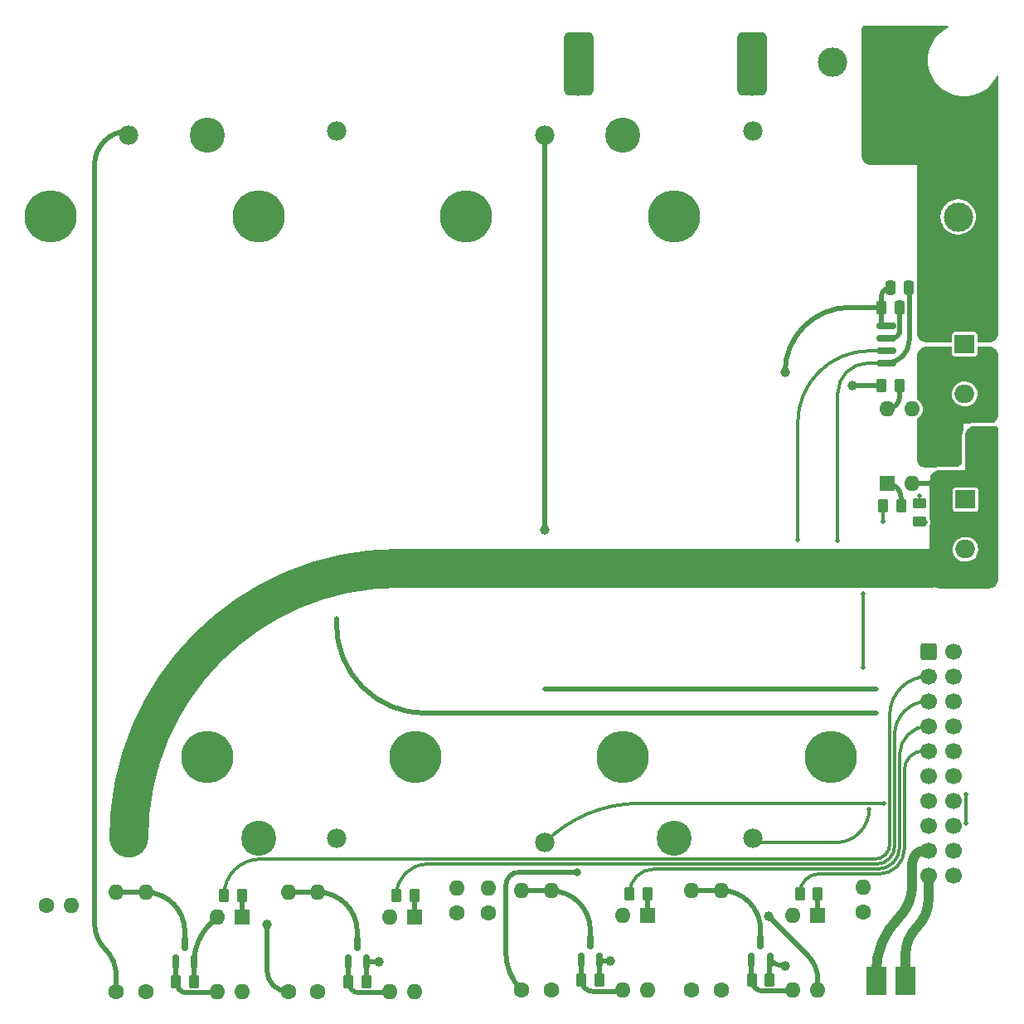
<source format=gtl>
G04 #@! TF.GenerationSoftware,KiCad,Pcbnew,(7.0.0)*
G04 #@! TF.CreationDate,2023-05-12T10:50:57+02:00*
G04 #@! TF.ProjectId,Cell_holder_board,43656c6c-5f68-46f6-9c64-65725f626f61,rev?*
G04 #@! TF.SameCoordinates,Original*
G04 #@! TF.FileFunction,Copper,L1,Top*
G04 #@! TF.FilePolarity,Positive*
%FSLAX46Y46*%
G04 Gerber Fmt 4.6, Leading zero omitted, Abs format (unit mm)*
G04 Created by KiCad (PCBNEW (7.0.0)) date 2023-05-12 10:50:57*
%MOMM*%
%LPD*%
G01*
G04 APERTURE LIST*
G04 Aperture macros list*
%AMRoundRect*
0 Rectangle with rounded corners*
0 $1 Rounding radius*
0 $2 $3 $4 $5 $6 $7 $8 $9 X,Y pos of 4 corners*
0 Add a 4 corners polygon primitive as box body*
4,1,4,$2,$3,$4,$5,$6,$7,$8,$9,$2,$3,0*
0 Add four circle primitives for the rounded corners*
1,1,$1+$1,$2,$3*
1,1,$1+$1,$4,$5*
1,1,$1+$1,$6,$7*
1,1,$1+$1,$8,$9*
0 Add four rect primitives between the rounded corners*
20,1,$1+$1,$2,$3,$4,$5,0*
20,1,$1+$1,$4,$5,$6,$7,0*
20,1,$1+$1,$6,$7,$8,$9,0*
20,1,$1+$1,$8,$9,$2,$3,0*%
G04 Aperture macros list end*
G04 #@! TA.AperFunction,ComponentPad*
%ADD10R,1.600000X1.600000*%
G04 #@! TD*
G04 #@! TA.AperFunction,ComponentPad*
%ADD11O,1.600000X1.600000*%
G04 #@! TD*
G04 #@! TA.AperFunction,SMDPad,CuDef*
%ADD12RoundRect,0.250000X-0.262500X-0.450000X0.262500X-0.450000X0.262500X0.450000X-0.262500X0.450000X0*%
G04 #@! TD*
G04 #@! TA.AperFunction,SMDPad,CuDef*
%ADD13RoundRect,0.150000X0.150000X-0.587500X0.150000X0.587500X-0.150000X0.587500X-0.150000X-0.587500X0*%
G04 #@! TD*
G04 #@! TA.AperFunction,ComponentPad*
%ADD14C,1.600000*%
G04 #@! TD*
G04 #@! TA.AperFunction,SMDPad,CuDef*
%ADD15RoundRect,0.250000X-1.000000X-0.650000X1.000000X-0.650000X1.000000X0.650000X-1.000000X0.650000X0*%
G04 #@! TD*
G04 #@! TA.AperFunction,ComponentPad*
%ADD16R,2.000000X1.905000*%
G04 #@! TD*
G04 #@! TA.AperFunction,ComponentPad*
%ADD17O,2.000000X1.905000*%
G04 #@! TD*
G04 #@! TA.AperFunction,ComponentPad*
%ADD18R,3.000000X3.000000*%
G04 #@! TD*
G04 #@! TA.AperFunction,ComponentPad*
%ADD19C,3.000000*%
G04 #@! TD*
G04 #@! TA.AperFunction,ComponentPad*
%ADD20C,1.500000*%
G04 #@! TD*
G04 #@! TA.AperFunction,SMDPad,CuDef*
%ADD21RoundRect,0.500000X1.000000X2.750000X-1.000000X2.750000X-1.000000X-2.750000X1.000000X-2.750000X0*%
G04 #@! TD*
G04 #@! TA.AperFunction,SMDPad,CuDef*
%ADD22RoundRect,0.250000X0.250000X0.475000X-0.250000X0.475000X-0.250000X-0.475000X0.250000X-0.475000X0*%
G04 #@! TD*
G04 #@! TA.AperFunction,ComponentPad*
%ADD23C,1.980000*%
G04 #@! TD*
G04 #@! TA.AperFunction,ComponentPad*
%ADD24C,5.325000*%
G04 #@! TD*
G04 #@! TA.AperFunction,ComponentPad*
%ADD25C,3.585000*%
G04 #@! TD*
G04 #@! TA.AperFunction,SMDPad,CuDef*
%ADD26R,2.000000X3.000000*%
G04 #@! TD*
G04 #@! TA.AperFunction,ComponentPad*
%ADD27RoundRect,0.250000X-0.600000X-0.600000X0.600000X-0.600000X0.600000X0.600000X-0.600000X0.600000X0*%
G04 #@! TD*
G04 #@! TA.AperFunction,ComponentPad*
%ADD28C,1.700000*%
G04 #@! TD*
G04 #@! TA.AperFunction,SMDPad,CuDef*
%ADD29RoundRect,0.150000X0.825000X0.150000X-0.825000X0.150000X-0.825000X-0.150000X0.825000X-0.150000X0*%
G04 #@! TD*
G04 #@! TA.AperFunction,SMDPad,CuDef*
%ADD30RoundRect,0.250000X-0.450000X0.262500X-0.450000X-0.262500X0.450000X-0.262500X0.450000X0.262500X0*%
G04 #@! TD*
G04 #@! TA.AperFunction,ViaPad*
%ADD31C,0.500000*%
G04 #@! TD*
G04 #@! TA.AperFunction,ViaPad*
%ADD32C,1.000000*%
G04 #@! TD*
G04 #@! TA.AperFunction,ViaPad*
%ADD33C,0.800000*%
G04 #@! TD*
G04 #@! TA.AperFunction,Conductor*
%ADD34C,0.500000*%
G04 #@! TD*
G04 #@! TA.AperFunction,Conductor*
%ADD35C,0.300000*%
G04 #@! TD*
G04 #@! TA.AperFunction,Conductor*
%ADD36C,4.000000*%
G04 #@! TD*
G04 #@! TA.AperFunction,Conductor*
%ADD37C,1.000000*%
G04 #@! TD*
G04 #@! TA.AperFunction,Conductor*
%ADD38C,0.200000*%
G04 #@! TD*
G04 APERTURE END LIST*
D10*
X115674999Y-150329999D03*
D11*
X113134999Y-150329999D03*
X113134999Y-157949999D03*
X115674999Y-157949999D03*
D12*
X131212500Y-148100000D03*
X133037500Y-148100000D03*
D13*
X85075000Y-155075000D03*
X86975000Y-155075000D03*
X86025000Y-153200000D03*
D14*
X96200000Y-150090000D03*
D11*
X96199999Y-147549999D03*
D14*
X137700000Y-150040000D03*
D11*
X137699999Y-147499999D03*
D15*
X146000000Y-102450000D03*
X150000000Y-102450000D03*
D12*
X113822500Y-148130000D03*
X115647500Y-148130000D03*
D16*
X148134999Y-107869999D03*
D17*
X148134999Y-110409999D03*
X148134999Y-112949999D03*
D14*
X120200000Y-157960000D03*
D11*
X120199999Y-147799999D03*
D12*
X139587500Y-96250000D03*
X141412500Y-96250000D03*
D18*
X147399999Y-84089999D03*
D19*
X147400000Y-79010000D03*
D12*
X126302500Y-156920000D03*
X128127500Y-156920000D03*
D20*
X126375000Y-65900000D03*
D21*
X126375000Y-63400000D03*
D20*
X126375000Y-60900000D03*
D21*
X108625000Y-63400000D03*
D20*
X108575000Y-65900000D03*
X108575000Y-60900000D03*
D22*
X142350000Y-86250000D03*
X140450000Y-86250000D03*
D23*
X105166666Y-142910000D03*
X105166666Y-70690000D03*
D24*
X97166666Y-78970000D03*
D25*
X113166666Y-70690000D03*
D24*
X113166666Y-134170000D03*
D14*
X54260000Y-149350000D03*
D11*
X56799999Y-149349999D03*
D26*
X141999999Y-156999999D03*
D14*
X99400000Y-150090000D03*
D11*
X99399999Y-147549999D03*
D14*
X102810000Y-157990000D03*
D11*
X102809999Y-147829999D03*
D10*
X140124999Y-106249999D03*
D11*
X142664999Y-106249999D03*
X142664999Y-98629999D03*
X140124999Y-98629999D03*
D14*
X64410000Y-158140000D03*
D11*
X64409999Y-147979999D03*
D14*
X79010000Y-158140000D03*
D11*
X79009999Y-147979999D03*
D18*
X139639999Y-63199999D03*
D19*
X134560000Y-63200000D03*
D14*
X123200000Y-157960000D03*
D11*
X123199999Y-147799999D03*
D14*
X82010000Y-158140000D03*
D11*
X82009999Y-147979999D03*
D12*
X139737500Y-108500000D03*
X141562500Y-108500000D03*
D13*
X108875000Y-154925000D03*
X110775000Y-154925000D03*
X109825000Y-153050000D03*
D16*
X148054999Y-92009999D03*
D17*
X148054999Y-94549999D03*
X148054999Y-97089999D03*
D12*
X72422500Y-148280000D03*
X74247500Y-148280000D03*
D26*
X138999999Y-156999999D03*
D23*
X83933333Y-70230000D03*
X83933333Y-142450000D03*
D24*
X91933333Y-134170000D03*
D25*
X75933333Y-142450000D03*
D24*
X75933333Y-78970000D03*
D13*
X67475000Y-155075000D03*
X69375000Y-155075000D03*
X68425000Y-153200000D03*
D27*
X144360000Y-123380000D03*
D28*
X146900000Y-123380000D03*
X144360000Y-125920000D03*
X146900000Y-125920000D03*
X144360000Y-128460000D03*
X146900000Y-128460000D03*
X144360000Y-131000000D03*
X146900000Y-131000000D03*
X144360000Y-133540000D03*
X146900000Y-133540000D03*
X144360000Y-136080000D03*
X146900000Y-136080000D03*
X144360000Y-138620000D03*
X146900000Y-138620000D03*
X144360000Y-141160000D03*
X146900000Y-141160000D03*
X144360000Y-143700000D03*
X146900000Y-143700000D03*
X144360000Y-146240000D03*
X146900000Y-146240000D03*
D23*
X126399999Y-70220000D03*
X126399999Y-142440000D03*
D24*
X134399999Y-134160000D03*
D25*
X118399999Y-142440000D03*
D24*
X118399999Y-78960000D03*
D23*
X62700000Y-142910000D03*
X62700000Y-70690000D03*
D24*
X54700000Y-78970000D03*
D25*
X70700000Y-70690000D03*
D24*
X70700000Y-134170000D03*
D29*
X144975000Y-93955000D03*
X144975000Y-92685000D03*
X144975000Y-91415000D03*
X144975000Y-90145000D03*
X140025000Y-90145000D03*
X140025000Y-91415000D03*
X140025000Y-92685000D03*
X140025000Y-93955000D03*
D14*
X105810000Y-157990000D03*
D11*
X105809999Y-147829999D03*
D30*
X143450000Y-108287500D03*
X143450000Y-110112500D03*
D12*
X67512500Y-157100000D03*
X69337500Y-157100000D03*
D14*
X61410000Y-158140000D03*
D11*
X61409999Y-147979999D03*
D10*
X133064999Y-150299999D03*
D11*
X130524999Y-150299999D03*
X130524999Y-157919999D03*
X133064999Y-157919999D03*
D12*
X90022500Y-148280000D03*
X91847500Y-148280000D03*
X108912500Y-156950000D03*
X110737500Y-156950000D03*
X85112500Y-157100000D03*
X86937500Y-157100000D03*
D10*
X91874999Y-150479999D03*
D11*
X89334999Y-150479999D03*
X89334999Y-158099999D03*
X91874999Y-158099999D03*
D22*
X141450000Y-88250000D03*
X139550000Y-88250000D03*
D13*
X126265000Y-154895000D03*
X128165000Y-154895000D03*
X127215000Y-153020000D03*
D10*
X74274999Y-150479999D03*
D11*
X71734999Y-150479999D03*
X71734999Y-158099999D03*
X74274999Y-158099999D03*
D31*
X135100000Y-112100000D03*
D32*
X129700000Y-94900000D03*
X136600000Y-96200000D03*
D31*
X139000000Y-129700000D03*
X83900000Y-120000000D03*
D32*
X88200000Y-155100000D03*
X76800000Y-151300000D03*
D31*
X139800500Y-138900000D03*
D32*
X111900000Y-155000000D03*
X105200000Y-111000000D03*
D33*
X108500000Y-145900000D03*
D31*
X105200000Y-127200000D03*
X139000000Y-127200000D03*
D32*
X129700000Y-155510500D03*
D31*
X148200000Y-138000000D03*
X148200000Y-140900000D03*
X139700000Y-110100000D03*
X137700000Y-125000000D03*
X137700000Y-117500000D03*
X131000000Y-112000000D03*
X143450000Y-107500000D03*
X144000000Y-110200000D03*
X138300000Y-139499500D03*
D32*
X128016589Y-150383411D03*
D34*
X142350000Y-86250000D02*
X142400000Y-86300000D01*
D35*
X140025000Y-93955000D02*
X138145000Y-93955000D01*
D34*
X142400000Y-86300000D02*
X142400000Y-91580000D01*
D35*
X135100000Y-97000000D02*
X135100000Y-112100000D01*
D34*
X140025000Y-93955000D02*
G75*
G03*
X142400000Y-91580000I0J2375000D01*
G01*
D35*
X138145000Y-93955000D02*
G75*
G03*
X135100000Y-97000000I0J-3045000D01*
G01*
D34*
X139550000Y-90100000D02*
X139600000Y-90150000D01*
X139550000Y-88250000D02*
X136350000Y-88250000D01*
X139550000Y-88250000D02*
X139550000Y-90100000D01*
X69337500Y-157100000D02*
X69337500Y-155112500D01*
X142665000Y-106250000D02*
X145100000Y-106250000D01*
X139550000Y-88250000D02*
X139550000Y-87150000D01*
X70955384Y-151259617D02*
X71735000Y-150480000D01*
D36*
X90249999Y-114900000D02*
X144500000Y-114900000D01*
X90249999Y-114900000D02*
G75*
G03*
X62700000Y-142450000I1J-27550000D01*
G01*
D34*
X140450000Y-86250000D02*
G75*
G03*
X139550000Y-87150000I0J-900000D01*
G01*
X69375000Y-155075000D02*
G75*
G03*
X69337500Y-155112500I0J-37500D01*
G01*
X70955377Y-151259610D02*
G75*
G03*
X69375000Y-155075000I3815423J-3815390D01*
G01*
X136350000Y-88250000D02*
G75*
G03*
X129700000Y-94900000I0J-6650000D01*
G01*
X140543528Y-91450000D02*
X140400000Y-91450000D01*
X141450000Y-88250000D02*
X141450000Y-90543528D01*
X140543528Y-91450000D02*
G75*
G03*
X141450000Y-90543528I-28J906500D01*
G01*
X139587500Y-96250000D02*
X136650000Y-96250000D01*
D37*
X144311716Y-123400006D02*
G75*
G03*
X144360000Y-123380000I-16J68306D01*
G01*
D34*
X136600000Y-96200000D02*
G75*
G03*
X136650000Y-96250000I50000J0D01*
G01*
D35*
X76110000Y-144592500D02*
X137792500Y-144592500D01*
X137792500Y-144592500D02*
X138885747Y-144592500D01*
X140400000Y-143078247D02*
X140400000Y-129880000D01*
X137800000Y-144600000D02*
G75*
G03*
X137792500Y-144592500I-7500J0D01*
G01*
X144360000Y-125920000D02*
G75*
G03*
X140400000Y-129880000I0J-3960000D01*
G01*
X76110000Y-144592500D02*
G75*
G03*
X72422500Y-148280000I0J-3687500D01*
G01*
X138885747Y-144592500D02*
G75*
G03*
X140400000Y-143078247I-47J1514300D01*
G01*
X140900000Y-143250214D02*
X140900000Y-131920000D01*
X93202500Y-145100000D02*
X139050214Y-145100000D01*
X93202500Y-145100000D02*
G75*
G03*
X90022500Y-148280000I0J-3180000D01*
G01*
X139050214Y-145100000D02*
G75*
G03*
X140900000Y-143250214I-14J1849800D01*
G01*
X144360000Y-128460000D02*
G75*
G03*
X140900000Y-131920000I0J-3460000D01*
G01*
X141400000Y-143404963D02*
X141400000Y-133960000D01*
X116352500Y-145600000D02*
X139204963Y-145600000D01*
X139204963Y-145600000D02*
G75*
G03*
X141400000Y-143404963I37J2195000D01*
G01*
X144360000Y-131000000D02*
G75*
G03*
X141400000Y-133960000I0J-2960000D01*
G01*
X116352500Y-145600000D02*
G75*
G03*
X113822500Y-148130000I0J-2530000D01*
G01*
X141900000Y-143540997D02*
X141900000Y-135500000D01*
X143860000Y-133540000D02*
X144360000Y-133540000D01*
X133212500Y-146100000D02*
X139340997Y-146100000D01*
X143860000Y-133540000D02*
G75*
G03*
X141900000Y-135500000I0J-1960000D01*
G01*
X133212500Y-146100000D02*
G75*
G03*
X131212500Y-148100000I0J-2000000D01*
G01*
X139340997Y-146100000D02*
G75*
G03*
X141900000Y-143540997I3J2559000D01*
G01*
D34*
X61410000Y-156479777D02*
X61410000Y-158140000D01*
X59200000Y-73730000D02*
X59200000Y-151144366D01*
X86937500Y-157100000D02*
X86937500Y-155112500D01*
X83900000Y-120600000D02*
X83900000Y-120000000D01*
X87035355Y-155100000D02*
X88200000Y-155100000D01*
X139000000Y-129700000D02*
X93000000Y-129700000D01*
X83900000Y-120600000D02*
G75*
G03*
X93000000Y-129700000I9100000J0D01*
G01*
X62700000Y-70230000D02*
G75*
G03*
X59200000Y-73730000I0J-3500000D01*
G01*
X59200015Y-151144366D02*
G75*
G03*
X60300000Y-153800000I3755585J-34D01*
G01*
X61410009Y-156479777D02*
G75*
G03*
X60300000Y-153800000I-3789809J-23D01*
G01*
X86975034Y-155074966D02*
G75*
G03*
X87035355Y-155100000I60366J60266D01*
G01*
X86975000Y-155075000D02*
G75*
G03*
X86937500Y-155112500I0J-37500D01*
G01*
X76800000Y-151300000D02*
X76800000Y-155930000D01*
D35*
X139800500Y-138900000D02*
X114847662Y-138900000D01*
D34*
X111900000Y-155000000D02*
X110956066Y-155000000D01*
X110737500Y-156950000D02*
X110737500Y-154962500D01*
X76800000Y-155930000D02*
G75*
G03*
X79010000Y-158140000I2210000J0D01*
G01*
X110775010Y-154924990D02*
G75*
G03*
X110956066Y-155000000I181090J181090D01*
G01*
X110775000Y-154925000D02*
G75*
G03*
X110737500Y-154962500I0J-37500D01*
G01*
D35*
X114847662Y-138899975D02*
G75*
G03*
X105166666Y-142910000I38J-13691025D01*
G01*
D34*
X105166666Y-70230000D02*
X105166666Y-110966666D01*
X101200000Y-147300000D02*
X101200000Y-154103117D01*
X139000000Y-127200000D02*
X105200000Y-127200000D01*
X105166666Y-110966666D02*
X105200000Y-111000000D01*
X129700000Y-155510500D02*
X129650948Y-155510500D01*
X102600000Y-145900000D02*
X102800000Y-145900000D01*
X128127500Y-156920000D02*
X128127500Y-154932500D01*
X102800000Y-145900000D02*
X108500000Y-145900000D01*
X128165000Y-154895000D02*
G75*
G03*
X128127500Y-154932500I0J-37500D01*
G01*
X128164986Y-154895014D02*
G75*
G03*
X129650948Y-155510500I1485914J1485914D01*
G01*
X101199994Y-154103117D02*
G75*
G03*
X102810000Y-157990000I5496906J17D01*
G01*
X102600000Y-145900000D02*
G75*
G03*
X101200000Y-147300000I0J-1400000D01*
G01*
D35*
X148200000Y-138000000D02*
X148200000Y-140900000D01*
X137700000Y-125000000D02*
X137700000Y-117500000D01*
X139700000Y-110100000D02*
X139700000Y-108537500D01*
X139737500Y-108500000D02*
G75*
G03*
X139700000Y-108537500I0J-37500D01*
G01*
X131000000Y-100057893D02*
X131000000Y-111500000D01*
X140025000Y-92685000D02*
X138372893Y-92685000D01*
X131000000Y-111500000D02*
X131000000Y-112000000D01*
X138372893Y-92685000D02*
G75*
G03*
X131000000Y-100057893I7J-7372900D01*
G01*
D37*
X142700000Y-145000000D02*
X142700000Y-147220097D01*
X139000000Y-156152691D02*
X139000000Y-157000000D01*
X144360000Y-143700000D02*
X144000000Y-143700000D01*
X141300003Y-150600003D02*
G75*
G03*
X139000000Y-156152691I5552697J-5552697D01*
G01*
X144000000Y-143700000D02*
G75*
G03*
X142700000Y-145000000I0J-1300000D01*
G01*
X141300000Y-150600000D02*
G75*
G03*
X142700000Y-147220097I-3379900J3379900D01*
G01*
X142000000Y-154403426D02*
X142000000Y-157000000D01*
X144360000Y-146240000D02*
X144360000Y-148705917D01*
X143204488Y-151495484D02*
G75*
G03*
X144360000Y-148705917I-2789488J2789584D01*
G01*
X143204496Y-151495492D02*
G75*
G03*
X142000000Y-154403426I2907904J-2907908D01*
G01*
D38*
X143450000Y-107500000D02*
X143450000Y-108287500D01*
X143661243Y-110200000D02*
X144000000Y-110200000D01*
X143449987Y-110112513D02*
G75*
G03*
X143661243Y-110200000I211213J211213D01*
G01*
D34*
X126265000Y-154895000D02*
X126265000Y-156882500D01*
X130525000Y-157920000D02*
X130375000Y-158070000D01*
X130375000Y-158070000D02*
X127452500Y-158070000D01*
X126302500Y-156920000D02*
G75*
G03*
X127452500Y-158070000I1150000J0D01*
G01*
X126265000Y-156882500D02*
G75*
G03*
X126302500Y-156920000I37500J0D01*
G01*
X120200000Y-147800000D02*
X123200000Y-147800000D01*
X127215000Y-151815000D02*
X127215000Y-153020000D01*
X127215000Y-151815000D02*
G75*
G03*
X123200000Y-147800000I-4015000J0D01*
G01*
X113135000Y-157950000D02*
X112985000Y-158100000D01*
X112985000Y-158100000D02*
X110062500Y-158100000D01*
X108875000Y-154925000D02*
X108875000Y-156912500D01*
X108912500Y-156950000D02*
G75*
G03*
X110062500Y-158100000I1150000J0D01*
G01*
X108875000Y-156912500D02*
G75*
G03*
X108912500Y-156950000I37500J0D01*
G01*
X102810000Y-147830000D02*
X105810000Y-147830000D01*
X109825000Y-151845000D02*
X109825000Y-153050000D01*
X109825000Y-151845000D02*
G75*
G03*
X105810000Y-147830000I-4015000J0D01*
G01*
X85075000Y-155075000D02*
X85075000Y-157062500D01*
X89185000Y-158250000D02*
X86262500Y-158250000D01*
X89335000Y-158100000D02*
X89185000Y-158250000D01*
X85075000Y-157062500D02*
G75*
G03*
X85112500Y-157100000I37500J0D01*
G01*
X85112500Y-157100000D02*
G75*
G03*
X86262500Y-158250000I1150000J0D01*
G01*
X86025000Y-151995000D02*
X86025000Y-153200000D01*
X79010000Y-147980000D02*
X82010000Y-147980000D01*
X86025000Y-151995000D02*
G75*
G03*
X82010000Y-147980000I-4015000J0D01*
G01*
X71585000Y-158250000D02*
X68662500Y-158250000D01*
X71735000Y-158100000D02*
X71585000Y-158250000D01*
X67475000Y-155075000D02*
X67475000Y-157062500D01*
X67512500Y-157100000D02*
G75*
G03*
X68662500Y-158250000I1150000J0D01*
G01*
X67475000Y-157062500D02*
G75*
G03*
X67512500Y-157100000I37500J0D01*
G01*
X68425000Y-151995000D02*
X68425000Y-153200000D01*
X61410000Y-147980000D02*
X64410000Y-147980000D01*
X68425000Y-151995000D02*
G75*
G03*
X64410000Y-147980000I-4015000J0D01*
G01*
X141412500Y-96250000D02*
X141412500Y-97342500D01*
X140125000Y-98630000D02*
G75*
G03*
X141412500Y-97342500I0J1287500D01*
G01*
X141562500Y-108500000D02*
X141562500Y-107687500D01*
X141562500Y-107687500D02*
G75*
G03*
X140125000Y-106250000I-1437500J0D01*
G01*
X133037500Y-148100000D02*
X133037500Y-150272500D01*
X133037500Y-150272500D02*
X133065000Y-150300000D01*
X115647500Y-148130000D02*
X115647500Y-150302500D01*
X115647500Y-150302500D02*
X115675000Y-150330000D01*
X91847500Y-148280000D02*
X91847500Y-150452500D01*
X91847500Y-150452500D02*
X91875000Y-150480000D01*
X74247500Y-148280000D02*
X74247500Y-150452500D01*
X74247500Y-150452500D02*
X74275000Y-150480000D01*
X128016589Y-150383411D02*
X128016589Y-150416589D01*
D35*
X134899500Y-142900000D02*
X126399999Y-142900000D01*
D34*
X133065000Y-156971137D02*
X133065000Y-157920000D01*
X128016589Y-150416589D02*
X132000000Y-154400000D01*
X133065013Y-156971137D02*
G75*
G03*
X131999999Y-154400001I-3636013J37D01*
G01*
D35*
X134899500Y-142900000D02*
G75*
G03*
X138300000Y-139499500I0J3400500D01*
G01*
G04 #@! TA.AperFunction,Conductor*
G36*
X146355134Y-59514287D02*
G01*
X146391493Y-59551806D01*
X146403690Y-59602610D01*
X146388327Y-59652547D01*
X146349684Y-59687710D01*
X146149518Y-59789699D01*
X146149510Y-59789703D01*
X146147211Y-59790875D01*
X146145038Y-59792285D01*
X146145033Y-59792289D01*
X145824097Y-60000707D01*
X145824088Y-60000713D01*
X145821916Y-60002124D01*
X145819905Y-60003752D01*
X145819896Y-60003759D01*
X145522500Y-60244586D01*
X145522494Y-60244590D01*
X145520484Y-60246219D01*
X145518664Y-60248038D01*
X145518654Y-60248048D01*
X145248048Y-60518654D01*
X145248038Y-60518664D01*
X145246219Y-60520484D01*
X145244590Y-60522494D01*
X145244586Y-60522500D01*
X145003759Y-60819896D01*
X145003752Y-60819905D01*
X145002124Y-60821916D01*
X145000713Y-60824088D01*
X145000707Y-60824097D01*
X144792289Y-61145033D01*
X144790875Y-61147211D01*
X144789703Y-61149510D01*
X144789699Y-61149518D01*
X144615958Y-61490505D01*
X144614786Y-61492806D01*
X144613862Y-61495210D01*
X144613857Y-61495224D01*
X144476718Y-61852484D01*
X144475786Y-61854913D01*
X144475120Y-61857398D01*
X144475114Y-61857417D01*
X144376070Y-62227057D01*
X144376067Y-62227066D01*
X144375398Y-62229567D01*
X144374994Y-62232115D01*
X144374990Y-62232136D01*
X144315128Y-62610096D01*
X144314722Y-62612662D01*
X144314586Y-62615240D01*
X144314585Y-62615258D01*
X144294558Y-62997405D01*
X144294422Y-63000000D01*
X144294558Y-63002595D01*
X144314585Y-63384741D01*
X144314586Y-63384757D01*
X144314722Y-63387338D01*
X144315127Y-63389898D01*
X144315128Y-63389903D01*
X144374990Y-63767863D01*
X144374993Y-63767880D01*
X144375398Y-63770433D01*
X144376068Y-63772936D01*
X144376070Y-63772942D01*
X144475114Y-64142582D01*
X144475118Y-64142595D01*
X144475786Y-64145087D01*
X144614786Y-64507194D01*
X144790875Y-64852789D01*
X145002124Y-65178084D01*
X145246219Y-65479516D01*
X145520484Y-65753781D01*
X145821916Y-65997876D01*
X146147211Y-66209125D01*
X146492806Y-66385214D01*
X146854913Y-66524214D01*
X147229567Y-66624602D01*
X147232133Y-66625008D01*
X147232136Y-66625009D01*
X147292792Y-66634615D01*
X147612662Y-66685278D01*
X147903108Y-66700500D01*
X148095589Y-66700500D01*
X148096892Y-66700500D01*
X148387338Y-66685278D01*
X148770433Y-66624602D01*
X149145087Y-66524214D01*
X149507194Y-66385214D01*
X149852789Y-66209125D01*
X150178084Y-65997876D01*
X150479516Y-65753781D01*
X150753781Y-65479516D01*
X150997876Y-65178084D01*
X151209125Y-64852789D01*
X151312289Y-64650316D01*
X151347453Y-64611673D01*
X151397390Y-64596310D01*
X151448194Y-64608507D01*
X151485713Y-64644866D01*
X151499500Y-64695261D01*
X151499500Y-90850216D01*
X151499023Y-90859920D01*
X151481740Y-91035386D01*
X151477954Y-91054420D01*
X151426710Y-91223353D01*
X151419283Y-91241283D01*
X151336067Y-91396969D01*
X151325285Y-91413106D01*
X151213292Y-91549569D01*
X151199569Y-91563292D01*
X151063106Y-91675285D01*
X151046969Y-91686067D01*
X150891283Y-91769283D01*
X150873353Y-91776710D01*
X150704420Y-91827954D01*
X150685386Y-91831740D01*
X150504843Y-91849523D01*
X150495139Y-91850000D01*
X149454499Y-91850000D01*
X149404999Y-91836737D01*
X149368762Y-91800500D01*
X149355499Y-91751000D01*
X149355499Y-91015491D01*
X149355499Y-91012636D01*
X149352585Y-90987509D01*
X149307206Y-90884735D01*
X149227765Y-90805294D01*
X149219376Y-90801590D01*
X149219375Y-90801589D01*
X149131802Y-90762922D01*
X149131799Y-90762921D01*
X149124991Y-90759915D01*
X149117594Y-90759056D01*
X149117591Y-90759056D01*
X149102714Y-90757330D01*
X149102704Y-90757329D01*
X149099865Y-90757000D01*
X149097000Y-90757000D01*
X147012991Y-90757000D01*
X147012973Y-90757000D01*
X147010136Y-90757001D01*
X147007315Y-90757328D01*
X147007300Y-90757329D01*
X146992404Y-90759057D01*
X146992401Y-90759057D01*
X146985009Y-90759915D01*
X146978200Y-90762921D01*
X146978198Y-90762922D01*
X146890624Y-90801589D01*
X146890620Y-90801591D01*
X146882235Y-90805294D01*
X146875753Y-90811775D01*
X146875750Y-90811778D01*
X146809278Y-90878250D01*
X146809275Y-90878253D01*
X146802794Y-90884735D01*
X146799091Y-90893120D01*
X146799089Y-90893124D01*
X146760422Y-90980697D01*
X146760422Y-90980698D01*
X146757415Y-90987509D01*
X146756557Y-90994904D01*
X146756556Y-90994908D01*
X146754830Y-91009785D01*
X146754829Y-91009796D01*
X146754500Y-91012635D01*
X146754500Y-91015499D01*
X146754500Y-91015500D01*
X146754500Y-91751000D01*
X146741237Y-91800500D01*
X146705000Y-91836737D01*
X146655500Y-91850000D01*
X144204861Y-91850000D01*
X144195157Y-91849523D01*
X144014613Y-91831740D01*
X143995579Y-91827954D01*
X143826646Y-91776710D01*
X143808718Y-91769284D01*
X143653028Y-91686065D01*
X143636895Y-91675286D01*
X143568661Y-91619288D01*
X143500430Y-91563292D01*
X143486707Y-91549569D01*
X143453224Y-91508771D01*
X143374711Y-91413101D01*
X143363935Y-91396974D01*
X143280713Y-91241276D01*
X143273292Y-91223360D01*
X143222044Y-91054418D01*
X143218259Y-91035386D01*
X143216300Y-91015500D01*
X143200476Y-90854842D01*
X143200000Y-90845139D01*
X143200000Y-79010000D01*
X145594451Y-79010000D01*
X145594728Y-79013696D01*
X145614339Y-79275404D01*
X145614340Y-79275414D01*
X145614617Y-79279103D01*
X145615439Y-79282707D01*
X145615441Y-79282716D01*
X145669982Y-79521675D01*
X145674666Y-79542195D01*
X145773257Y-79793398D01*
X145908185Y-80027102D01*
X146076439Y-80238085D01*
X146274259Y-80421635D01*
X146277319Y-80423721D01*
X146277320Y-80423722D01*
X146494170Y-80571568D01*
X146494175Y-80571570D01*
X146497226Y-80573651D01*
X146740359Y-80690738D01*
X146743887Y-80691826D01*
X146743889Y-80691827D01*
X146804566Y-80710543D01*
X146998228Y-80770280D01*
X147265071Y-80810500D01*
X147531224Y-80810500D01*
X147534929Y-80810500D01*
X147801772Y-80770280D01*
X148059641Y-80690738D01*
X148302775Y-80573651D01*
X148525741Y-80421635D01*
X148723561Y-80238085D01*
X148891815Y-80027102D01*
X149026743Y-79793398D01*
X149125334Y-79542195D01*
X149185383Y-79279103D01*
X149205549Y-79010000D01*
X149185383Y-78740897D01*
X149125334Y-78477805D01*
X149026743Y-78226602D01*
X148891815Y-77992898D01*
X148723561Y-77781915D01*
X148525741Y-77598365D01*
X148522682Y-77596279D01*
X148522679Y-77596277D01*
X148305833Y-77448434D01*
X148302775Y-77446349D01*
X148299440Y-77444743D01*
X148299435Y-77444740D01*
X148062975Y-77330867D01*
X148062968Y-77330864D01*
X148059641Y-77329262D01*
X148056117Y-77328175D01*
X148056107Y-77328171D01*
X147805313Y-77250812D01*
X147805309Y-77250811D01*
X147801772Y-77249720D01*
X147787248Y-77247530D01*
X147538593Y-77210052D01*
X147538589Y-77210051D01*
X147534929Y-77209500D01*
X147265071Y-77209500D01*
X147261411Y-77210051D01*
X147261406Y-77210052D01*
X147001896Y-77249167D01*
X147001894Y-77249167D01*
X146998228Y-77249720D01*
X146994692Y-77250810D01*
X146994686Y-77250812D01*
X146743889Y-77328172D01*
X146743875Y-77328177D01*
X146740359Y-77329262D01*
X146737036Y-77330862D01*
X146737029Y-77330865D01*
X146500558Y-77444744D01*
X146500553Y-77444746D01*
X146497226Y-77446349D01*
X146494184Y-77448422D01*
X146494170Y-77448431D01*
X146277320Y-77596277D01*
X146277310Y-77596284D01*
X146274259Y-77598365D01*
X146271545Y-77600883D01*
X146271539Y-77600888D01*
X146079153Y-77779396D01*
X146079147Y-77779401D01*
X146076439Y-77781915D01*
X146074137Y-77784801D01*
X146074131Y-77784808D01*
X145910493Y-77990003D01*
X145910488Y-77990009D01*
X145908185Y-77992898D01*
X145906339Y-77996093D01*
X145906335Y-77996101D01*
X145775107Y-78223397D01*
X145773257Y-78226602D01*
X145771904Y-78230047D01*
X145771903Y-78230051D01*
X145676018Y-78474358D01*
X145676014Y-78474368D01*
X145674666Y-78477805D01*
X145673843Y-78481407D01*
X145673843Y-78481410D01*
X145615441Y-78737283D01*
X145615439Y-78737294D01*
X145614617Y-78740897D01*
X145614340Y-78744583D01*
X145614339Y-78744595D01*
X145595368Y-78997755D01*
X145594451Y-79010000D01*
X143200000Y-79010000D01*
X143200000Y-74702439D01*
X143200000Y-74700000D01*
X143200000Y-73700000D01*
X142200000Y-73700000D01*
X142197561Y-73700000D01*
X138504861Y-73700000D01*
X138495157Y-73699523D01*
X138314613Y-73681740D01*
X138295579Y-73677954D01*
X138126646Y-73626710D01*
X138108718Y-73619284D01*
X137953028Y-73536065D01*
X137936895Y-73525286D01*
X137868661Y-73469288D01*
X137800430Y-73413292D01*
X137786707Y-73399569D01*
X137753224Y-73358771D01*
X137674711Y-73263101D01*
X137663935Y-73246974D01*
X137580713Y-73091276D01*
X137573292Y-73073360D01*
X137522044Y-72904418D01*
X137518259Y-72885386D01*
X137500477Y-72704843D01*
X137500000Y-72695139D01*
X137500000Y-60004861D01*
X137500477Y-59995157D01*
X137518259Y-59814613D01*
X137522045Y-59795579D01*
X137523829Y-59789699D01*
X137573293Y-59626635D01*
X137580712Y-59608725D01*
X137610589Y-59552829D01*
X137647003Y-59514584D01*
X137697898Y-59500500D01*
X146304739Y-59500500D01*
X146355134Y-59514287D01*
G37*
G04 #@! TD.AperFunction*
G04 #@! TA.AperFunction,Conductor*
G36*
X151168141Y-100351902D02*
G01*
X151269922Y-100372147D01*
X151305607Y-100386928D01*
X151383629Y-100439061D01*
X151410938Y-100466370D01*
X151449922Y-100524714D01*
X151463070Y-100544391D01*
X151477852Y-100580078D01*
X151497598Y-100679345D01*
X151499500Y-100698659D01*
X151499500Y-115950216D01*
X151499023Y-115959920D01*
X151481740Y-116135386D01*
X151477954Y-116154420D01*
X151426710Y-116323353D01*
X151419283Y-116341283D01*
X151336067Y-116496969D01*
X151325285Y-116513106D01*
X151213292Y-116649569D01*
X151199569Y-116663292D01*
X151063106Y-116775285D01*
X151046969Y-116786067D01*
X150891283Y-116869283D01*
X150873353Y-116876710D01*
X150704420Y-116927954D01*
X150685386Y-116931740D01*
X150504843Y-116949523D01*
X150495139Y-116950000D01*
X145504861Y-116950000D01*
X145495157Y-116949523D01*
X145314613Y-116931740D01*
X145295579Y-116927954D01*
X145126646Y-116876710D01*
X145108718Y-116869284D01*
X144953028Y-116786065D01*
X144936895Y-116775286D01*
X144868661Y-116719288D01*
X144800430Y-116663292D01*
X144786707Y-116649569D01*
X144753224Y-116608771D01*
X144674711Y-116513101D01*
X144663935Y-116496974D01*
X144580713Y-116341276D01*
X144573292Y-116323360D01*
X144522044Y-116154418D01*
X144518259Y-116135386D01*
X144500477Y-115954843D01*
X144500000Y-115945139D01*
X144500000Y-113006443D01*
X146830702Y-113006443D01*
X146831297Y-113010841D01*
X146831298Y-113010845D01*
X146860380Y-113225546D01*
X146860382Y-113225556D01*
X146860977Y-113229946D01*
X146862347Y-113234164D01*
X146862348Y-113234166D01*
X146929301Y-113440228D01*
X146929304Y-113440236D01*
X146930674Y-113444451D01*
X147037553Y-113643064D01*
X147040325Y-113646540D01*
X147040327Y-113646543D01*
X147110383Y-113734391D01*
X147178177Y-113819402D01*
X147348028Y-113967796D01*
X147541646Y-114083477D01*
X147752808Y-114162728D01*
X147974728Y-114203000D01*
X148236553Y-114203000D01*
X148238776Y-114203000D01*
X148407136Y-114187847D01*
X148624552Y-114127844D01*
X148827761Y-114029984D01*
X149010230Y-113897413D01*
X149166095Y-113734391D01*
X149290346Y-113546158D01*
X149378991Y-113338763D01*
X149429179Y-113118874D01*
X149439298Y-112893557D01*
X149409023Y-112670054D01*
X149339326Y-112455549D01*
X149232447Y-112256936D01*
X149091823Y-112080598D01*
X149002532Y-112002587D01*
X148925319Y-111935128D01*
X148925317Y-111935127D01*
X148921972Y-111932204D01*
X148918158Y-111929925D01*
X148732171Y-111818803D01*
X148732166Y-111818800D01*
X148728354Y-111816523D01*
X148724192Y-111814961D01*
X148724186Y-111814958D01*
X148521357Y-111738835D01*
X148521355Y-111738834D01*
X148517192Y-111737272D01*
X148512822Y-111736479D01*
X148512815Y-111736477D01*
X148299642Y-111697793D01*
X148299641Y-111697792D01*
X148295272Y-111697000D01*
X148031224Y-111697000D01*
X148029021Y-111697198D01*
X148029004Y-111697199D01*
X147867294Y-111711754D01*
X147867290Y-111711754D01*
X147862864Y-111712153D01*
X147858578Y-111713335D01*
X147858577Y-111713336D01*
X147649732Y-111770973D01*
X147649725Y-111770975D01*
X147645448Y-111772156D01*
X147641449Y-111774081D01*
X147641443Y-111774084D01*
X147446243Y-111868087D01*
X147446236Y-111868091D01*
X147442239Y-111870016D01*
X147438649Y-111872623D01*
X147438646Y-111872626D01*
X147263363Y-111999976D01*
X147263359Y-111999979D01*
X147259770Y-112002587D01*
X147256704Y-112005792D01*
X147256699Y-112005798D01*
X147106976Y-112162396D01*
X147106971Y-112162401D01*
X147103905Y-112165609D01*
X147101464Y-112169306D01*
X147101456Y-112169317D01*
X146982104Y-112350129D01*
X146982099Y-112350136D01*
X146979654Y-112353842D01*
X146977907Y-112357929D01*
X146977905Y-112357933D01*
X146892758Y-112557143D01*
X146892755Y-112557151D01*
X146891009Y-112561237D01*
X146890019Y-112565572D01*
X146890018Y-112565577D01*
X146841809Y-112776794D01*
X146841807Y-112776802D01*
X146840821Y-112781126D01*
X146840621Y-112785559D01*
X146840621Y-112785566D01*
X146835572Y-112897997D01*
X146830702Y-113006443D01*
X144500000Y-113006443D01*
X144500000Y-110451110D01*
X144507536Y-110413225D01*
X144509141Y-110409348D01*
X144536330Y-110343709D01*
X144555250Y-110200000D01*
X144536330Y-110056291D01*
X144507536Y-109986775D01*
X144500000Y-109948890D01*
X144500000Y-108864525D01*
X146834500Y-108864525D01*
X146834501Y-108867364D01*
X146834828Y-108870185D01*
X146834829Y-108870199D01*
X146836557Y-108885091D01*
X146837415Y-108892491D01*
X146882794Y-108995265D01*
X146962235Y-109074706D01*
X147065009Y-109120085D01*
X147090135Y-109123000D01*
X149179864Y-109122999D01*
X149204991Y-109120085D01*
X149307765Y-109074706D01*
X149387206Y-108995265D01*
X149432585Y-108892491D01*
X149435500Y-108867365D01*
X149435499Y-106872636D01*
X149432585Y-106847509D01*
X149387206Y-106744735D01*
X149307765Y-106665294D01*
X149299376Y-106661590D01*
X149299375Y-106661589D01*
X149211802Y-106622922D01*
X149211799Y-106622921D01*
X149204991Y-106619915D01*
X149197594Y-106619056D01*
X149197591Y-106619056D01*
X149182714Y-106617330D01*
X149182704Y-106617329D01*
X149179865Y-106617000D01*
X149177000Y-106617000D01*
X147092991Y-106617000D01*
X147092973Y-106617000D01*
X147090136Y-106617001D01*
X147087315Y-106617328D01*
X147087300Y-106617329D01*
X147072404Y-106619057D01*
X147072401Y-106619057D01*
X147065009Y-106619915D01*
X147058200Y-106622921D01*
X147058198Y-106622922D01*
X146970624Y-106661589D01*
X146970620Y-106661591D01*
X146962235Y-106665294D01*
X146955753Y-106671775D01*
X146955750Y-106671778D01*
X146889278Y-106738250D01*
X146889275Y-106738253D01*
X146882794Y-106744735D01*
X146879091Y-106753120D01*
X146879089Y-106753124D01*
X146840422Y-106840697D01*
X146840422Y-106840698D01*
X146837415Y-106847509D01*
X146836557Y-106854904D01*
X146836556Y-106854908D01*
X146834830Y-106869785D01*
X146834829Y-106869796D01*
X146834500Y-106872635D01*
X146834500Y-106875491D01*
X146834500Y-106875499D01*
X146834500Y-108864508D01*
X146834500Y-108864525D01*
X144500000Y-108864525D01*
X144500000Y-105854861D01*
X144500477Y-105845157D01*
X144518259Y-105664613D01*
X144522045Y-105645579D01*
X144573293Y-105476635D01*
X144580711Y-105458727D01*
X144663938Y-105303020D01*
X144674707Y-105286902D01*
X144786710Y-105150426D01*
X144800426Y-105136710D01*
X144936902Y-105024707D01*
X144953020Y-105013938D01*
X145108727Y-104930711D01*
X145126635Y-104923293D01*
X145295583Y-104872044D01*
X145314609Y-104868259D01*
X145495157Y-104850476D01*
X145504861Y-104850000D01*
X147097561Y-104850000D01*
X147100000Y-104850000D01*
X148100000Y-104850000D01*
X148100000Y-101354861D01*
X148100477Y-101345157D01*
X148118259Y-101164613D01*
X148122045Y-101145579D01*
X148173293Y-100976635D01*
X148180711Y-100958727D01*
X148263938Y-100803020D01*
X148274707Y-100786902D01*
X148386710Y-100650426D01*
X148400426Y-100636710D01*
X148536902Y-100524707D01*
X148553020Y-100513938D01*
X148708727Y-100430711D01*
X148726635Y-100423293D01*
X148895583Y-100372044D01*
X148914609Y-100368259D01*
X149095157Y-100350476D01*
X149104861Y-100350000D01*
X151148827Y-100350000D01*
X151168141Y-100351902D01*
G37*
G04 #@! TD.AperFunction*
G04 #@! TA.AperFunction,Conductor*
G36*
X146705000Y-92263263D02*
G01*
X146741236Y-92299500D01*
X146754500Y-92349000D01*
X146754500Y-93004508D01*
X146754500Y-93004525D01*
X146754501Y-93007364D01*
X146754828Y-93010185D01*
X146754829Y-93010199D01*
X146756557Y-93025091D01*
X146757415Y-93032491D01*
X146802794Y-93135265D01*
X146882235Y-93214706D01*
X146985009Y-93260085D01*
X147010135Y-93263000D01*
X149099864Y-93262999D01*
X149124991Y-93260085D01*
X149227765Y-93214706D01*
X149307206Y-93135265D01*
X149352585Y-93032491D01*
X149355500Y-93007365D01*
X149355499Y-92348999D01*
X149368762Y-92299500D01*
X149404999Y-92263264D01*
X149454499Y-92250000D01*
X150495139Y-92250000D01*
X150504842Y-92250476D01*
X150685388Y-92268259D01*
X150704418Y-92272044D01*
X150873360Y-92323292D01*
X150891276Y-92330713D01*
X151046974Y-92413935D01*
X151063101Y-92424711D01*
X151158771Y-92503224D01*
X151199569Y-92536707D01*
X151213292Y-92550430D01*
X151325285Y-92686893D01*
X151336067Y-92703030D01*
X151419283Y-92858716D01*
X151426710Y-92876646D01*
X151477954Y-93045579D01*
X151481740Y-93064613D01*
X151499023Y-93240080D01*
X151499500Y-93249784D01*
X151499500Y-99150216D01*
X151499023Y-99159920D01*
X151481740Y-99335386D01*
X151477954Y-99354420D01*
X151426710Y-99523353D01*
X151419283Y-99541283D01*
X151336067Y-99696969D01*
X151325285Y-99713106D01*
X151213292Y-99849569D01*
X151199569Y-99863292D01*
X151063106Y-99975285D01*
X151046969Y-99986067D01*
X150959519Y-100032810D01*
X150912851Y-100044500D01*
X149104861Y-100044500D01*
X149104305Y-100044513D01*
X149104274Y-100044514D01*
X149090494Y-100044852D01*
X149090470Y-100044852D01*
X149089894Y-100044867D01*
X149089317Y-100044895D01*
X149089298Y-100044896D01*
X149080810Y-100045312D01*
X149080761Y-100045314D01*
X149080190Y-100045343D01*
X149079635Y-100045383D01*
X149079568Y-100045388D01*
X149065840Y-100046400D01*
X149065784Y-100046404D01*
X149065212Y-100046447D01*
X149064593Y-100046507D01*
X149064581Y-100046509D01*
X148885895Y-100064108D01*
X148885865Y-100064111D01*
X148884664Y-100064230D01*
X148883444Y-100064410D01*
X148883444Y-100064411D01*
X148856202Y-100068452D01*
X148856170Y-100068457D01*
X148855001Y-100068631D01*
X148853809Y-100068868D01*
X148853804Y-100068869D01*
X148837167Y-100072178D01*
X148837133Y-100072185D01*
X148835975Y-100072416D01*
X148834825Y-100072703D01*
X148834794Y-100072711D01*
X148808088Y-100079400D01*
X148808052Y-100079409D01*
X148806902Y-100079698D01*
X148805745Y-100080048D01*
X148805734Y-100080052D01*
X148639132Y-100130589D01*
X148639107Y-100130597D01*
X148637954Y-100130947D01*
X148636820Y-100131352D01*
X148636786Y-100131364D01*
X148610887Y-100140631D01*
X148610846Y-100140646D01*
X148609722Y-100141049D01*
X148608610Y-100141509D01*
X148608596Y-100141515D01*
X148592901Y-100148016D01*
X148592875Y-100148027D01*
X148591814Y-100148467D01*
X148590761Y-100148964D01*
X148590743Y-100148973D01*
X148588572Y-100150000D01*
X147900000Y-100150000D01*
X147900000Y-100838572D01*
X147898973Y-100840743D01*
X147898964Y-100840761D01*
X147898467Y-100841814D01*
X147898027Y-100842875D01*
X147898016Y-100842901D01*
X147891515Y-100858596D01*
X147891049Y-100859722D01*
X147890646Y-100860846D01*
X147890631Y-100860887D01*
X147881364Y-100886786D01*
X147881352Y-100886819D01*
X147880947Y-100887954D01*
X147880593Y-100889119D01*
X147880589Y-100889133D01*
X147830049Y-101055742D01*
X147830042Y-101055767D01*
X147829699Y-101056898D01*
X147822415Y-101085980D01*
X147822186Y-101087126D01*
X147822181Y-101087153D01*
X147818865Y-101103824D01*
X147818860Y-101103851D01*
X147818629Y-101105014D01*
X147818454Y-101106189D01*
X147818449Y-101106222D01*
X147814409Y-101133460D01*
X147814230Y-101134669D01*
X147814112Y-101135860D01*
X147814110Y-101135882D01*
X147796506Y-101314621D01*
X147796448Y-101315213D01*
X147796407Y-101315756D01*
X147796403Y-101315813D01*
X147795388Y-101329568D01*
X147795385Y-101329613D01*
X147795345Y-101330158D01*
X147795319Y-101330670D01*
X147795317Y-101330716D01*
X147794897Y-101339252D01*
X147794894Y-101339327D01*
X147794868Y-101339862D01*
X147794500Y-101354861D01*
X147794500Y-101355437D01*
X147794500Y-104048638D01*
X147782810Y-104095306D01*
X147736067Y-104182756D01*
X147725285Y-104198893D01*
X147610196Y-104339128D01*
X147603672Y-104346327D01*
X147596327Y-104353672D01*
X147589128Y-104360196D01*
X147448893Y-104475285D01*
X147432756Y-104486067D01*
X147345306Y-104532810D01*
X147298638Y-104544500D01*
X145504861Y-104544500D01*
X145504305Y-104544513D01*
X145504274Y-104544514D01*
X145490494Y-104544852D01*
X145490470Y-104544852D01*
X145489894Y-104544867D01*
X145489317Y-104544895D01*
X145489298Y-104544896D01*
X145480810Y-104545312D01*
X145480761Y-104545314D01*
X145480190Y-104545343D01*
X145479635Y-104545383D01*
X145479568Y-104545388D01*
X145465840Y-104546400D01*
X145465784Y-104546404D01*
X145465212Y-104546447D01*
X145464593Y-104546507D01*
X145464581Y-104546509D01*
X145285895Y-104564108D01*
X145285865Y-104564111D01*
X145284664Y-104564230D01*
X145283444Y-104564410D01*
X145283444Y-104564411D01*
X145256202Y-104568452D01*
X145256170Y-104568457D01*
X145255001Y-104568631D01*
X145253809Y-104568868D01*
X145253804Y-104568869D01*
X145237167Y-104572178D01*
X145237133Y-104572185D01*
X145235975Y-104572416D01*
X145234825Y-104572703D01*
X145234794Y-104572711D01*
X145208088Y-104579400D01*
X145208052Y-104579409D01*
X145206902Y-104579698D01*
X145205745Y-104580048D01*
X145205734Y-104580052D01*
X145039132Y-104630589D01*
X145039107Y-104630597D01*
X145037954Y-104630947D01*
X145036820Y-104631352D01*
X145036786Y-104631364D01*
X145010887Y-104640631D01*
X145010846Y-104640646D01*
X145009722Y-104641049D01*
X145008610Y-104641509D01*
X145008596Y-104641515D01*
X145006306Y-104642464D01*
X144968419Y-104650000D01*
X144734103Y-104650000D01*
X144732457Y-104649986D01*
X144731064Y-104649962D01*
X144701683Y-104649473D01*
X144698393Y-104649364D01*
X144667592Y-104647825D01*
X144665947Y-104647729D01*
X143955311Y-104600354D01*
X143944755Y-104599078D01*
X143790796Y-104572013D01*
X143770399Y-104566115D01*
X143630709Y-104508874D01*
X143612041Y-104498764D01*
X143487767Y-104413049D01*
X143471684Y-104399191D01*
X143432312Y-104357107D01*
X143368542Y-104288944D01*
X143355790Y-104271983D01*
X143278528Y-104142275D01*
X143269683Y-104122976D01*
X143221862Y-103979790D01*
X143217334Y-103959045D01*
X143200571Y-103803629D01*
X143200000Y-103793013D01*
X143200000Y-99648261D01*
X143212511Y-99600087D01*
X143246884Y-99564089D01*
X143327147Y-99514392D01*
X143327146Y-99514392D01*
X143331041Y-99511981D01*
X143481764Y-99374579D01*
X143604673Y-99211821D01*
X143695582Y-99029250D01*
X143751397Y-98833083D01*
X143770215Y-98630000D01*
X143751397Y-98426917D01*
X143695582Y-98230750D01*
X143604673Y-98048179D01*
X143594117Y-98034201D01*
X143534529Y-97955293D01*
X143481764Y-97885421D01*
X143331041Y-97748019D01*
X143327153Y-97745612D01*
X143327147Y-97745607D01*
X143246884Y-97695911D01*
X143212511Y-97659913D01*
X143200000Y-97611739D01*
X143200000Y-97146443D01*
X146750702Y-97146443D01*
X146751297Y-97150841D01*
X146751298Y-97150845D01*
X146780380Y-97365546D01*
X146780382Y-97365556D01*
X146780977Y-97369946D01*
X146782347Y-97374164D01*
X146782348Y-97374166D01*
X146849301Y-97580228D01*
X146849304Y-97580236D01*
X146850674Y-97584451D01*
X146957553Y-97783064D01*
X146960325Y-97786540D01*
X146960327Y-97786543D01*
X147030383Y-97874391D01*
X147098177Y-97959402D01*
X147268028Y-98107796D01*
X147461646Y-98223477D01*
X147672808Y-98302728D01*
X147894728Y-98343000D01*
X148156553Y-98343000D01*
X148158776Y-98343000D01*
X148327136Y-98327847D01*
X148544552Y-98267844D01*
X148747761Y-98169984D01*
X148930230Y-98037413D01*
X149086095Y-97874391D01*
X149210346Y-97686158D01*
X149298991Y-97478763D01*
X149349179Y-97258874D01*
X149359298Y-97033557D01*
X149329023Y-96810054D01*
X149259326Y-96595549D01*
X149152447Y-96396936D01*
X149011823Y-96220598D01*
X148922532Y-96142587D01*
X148845319Y-96075128D01*
X148845317Y-96075127D01*
X148841972Y-96072204D01*
X148838158Y-96069925D01*
X148652171Y-95958803D01*
X148652166Y-95958800D01*
X148648354Y-95956523D01*
X148644192Y-95954961D01*
X148644186Y-95954958D01*
X148441357Y-95878835D01*
X148441355Y-95878834D01*
X148437192Y-95877272D01*
X148432822Y-95876479D01*
X148432815Y-95876477D01*
X148219642Y-95837793D01*
X148219641Y-95837792D01*
X148215272Y-95837000D01*
X147951224Y-95837000D01*
X147949021Y-95837198D01*
X147949004Y-95837199D01*
X147787294Y-95851754D01*
X147787290Y-95851754D01*
X147782864Y-95852153D01*
X147778578Y-95853335D01*
X147778577Y-95853336D01*
X147569732Y-95910973D01*
X147569725Y-95910975D01*
X147565448Y-95912156D01*
X147561449Y-95914081D01*
X147561443Y-95914084D01*
X147366243Y-96008087D01*
X147366236Y-96008091D01*
X147362239Y-96010016D01*
X147358649Y-96012623D01*
X147358646Y-96012626D01*
X147183363Y-96139976D01*
X147183359Y-96139979D01*
X147179770Y-96142587D01*
X147176704Y-96145792D01*
X147176699Y-96145798D01*
X147026976Y-96302396D01*
X147026971Y-96302401D01*
X147023905Y-96305609D01*
X147021464Y-96309306D01*
X147021456Y-96309317D01*
X146902104Y-96490129D01*
X146902099Y-96490136D01*
X146899654Y-96493842D01*
X146897907Y-96497929D01*
X146897905Y-96497933D01*
X146812758Y-96697143D01*
X146812755Y-96697151D01*
X146811009Y-96701237D01*
X146810019Y-96705572D01*
X146810018Y-96705577D01*
X146761809Y-96916794D01*
X146761807Y-96916802D01*
X146760821Y-96921126D01*
X146760621Y-96925559D01*
X146760621Y-96925566D01*
X146750901Y-97142001D01*
X146750702Y-97146443D01*
X143200000Y-97146443D01*
X143200000Y-93254861D01*
X143200477Y-93245157D01*
X143218259Y-93064613D01*
X143222045Y-93045579D01*
X143273293Y-92876635D01*
X143280711Y-92858727D01*
X143363938Y-92703020D01*
X143374707Y-92686902D01*
X143486710Y-92550426D01*
X143500426Y-92536710D01*
X143636902Y-92424707D01*
X143653020Y-92413938D01*
X143808727Y-92330711D01*
X143826635Y-92323293D01*
X143995583Y-92272044D01*
X144014609Y-92268259D01*
X144195157Y-92250476D01*
X144204861Y-92250000D01*
X146655500Y-92250000D01*
X146705000Y-92263263D01*
G37*
G04 #@! TD.AperFunction*
M02*

</source>
